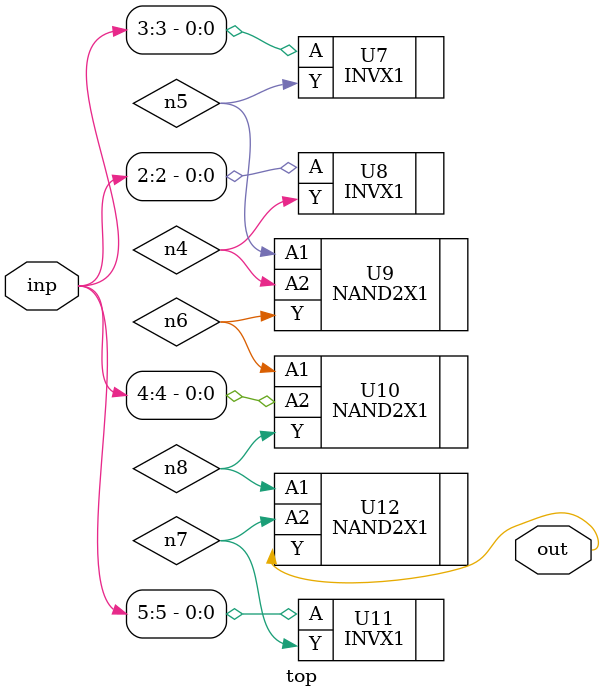
<source format=sv>


module top ( inp, out );
  input [5:0] inp;
  output out;
  wire   n4, n5, n6, n7, n8;

  INVX1 U7 ( .A(inp[3]), .Y(n5) );
  INVX1 U8 ( .A(inp[2]), .Y(n4) );
  NAND2X1 U9 ( .A1(n5), .A2(n4), .Y(n6) );
  NAND2X1 U10 ( .A1(n6), .A2(inp[4]), .Y(n8) );
  INVX1 U11 ( .A(inp[5]), .Y(n7) );
  NAND2X1 U12 ( .A1(n8), .A2(n7), .Y(out) );
endmodule


</source>
